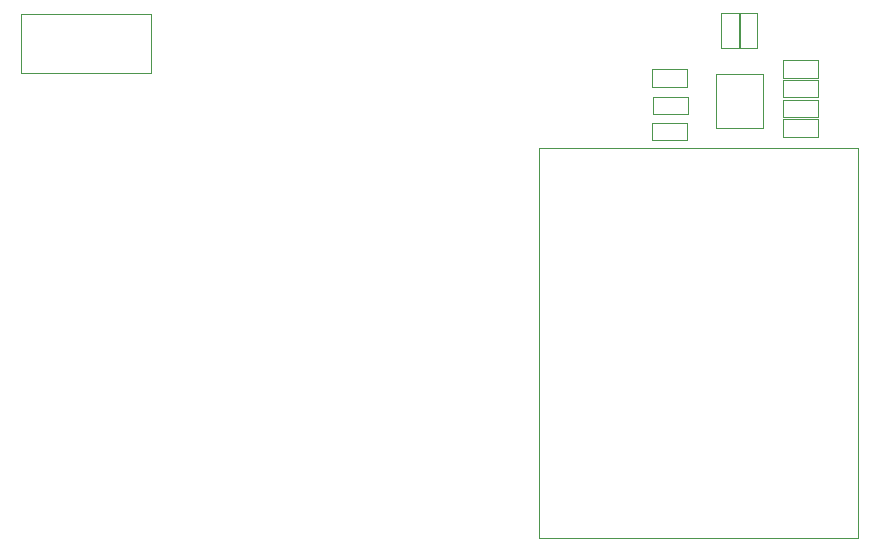
<source format=gbr>
G04 #@! TF.GenerationSoftware,KiCad,Pcbnew,9.0.0*
G04 #@! TF.CreationDate,2025-08-29T11:38:16+03:00*
G04 #@! TF.ProjectId,GSM_PCBSMAFRAHT,47534d5f-5043-4425-934d-414652414854,rev?*
G04 #@! TF.SameCoordinates,Original*
G04 #@! TF.FileFunction,Other,User*
%FSLAX46Y46*%
G04 Gerber Fmt 4.6, Leading zero omitted, Abs format (unit mm)*
G04 Created by KiCad (PCBNEW 9.0.0) date 2025-08-29 11:38:16*
%MOMM*%
%LPD*%
G01*
G04 APERTURE LIST*
%ADD10C,0.050000*%
%ADD11C,0.100000*%
G04 APERTURE END LIST*
D10*
X140650000Y-84450000D02*
X143610000Y-84450000D01*
X140650000Y-85910000D02*
X140650000Y-84450000D01*
X143610000Y-84450000D02*
X143610000Y-85910000D01*
X143610000Y-85910000D02*
X140650000Y-85910000D01*
X136980000Y-77125000D02*
X138440000Y-77125000D01*
X136980000Y-80085000D02*
X136980000Y-77125000D01*
X138440000Y-77125000D02*
X138440000Y-80085000D01*
X138440000Y-80085000D02*
X136980000Y-80085000D01*
X129580000Y-86430000D02*
X132540000Y-86430000D01*
X129580000Y-87890000D02*
X129580000Y-86430000D01*
X132540000Y-86430000D02*
X132540000Y-87890000D01*
X132540000Y-87890000D02*
X129580000Y-87890000D01*
X134950000Y-82275000D02*
X138990000Y-82275000D01*
X138990000Y-86825000D01*
X134950000Y-86825000D01*
X134950000Y-82275000D01*
X129590000Y-81890000D02*
X132550000Y-81890000D01*
X129590000Y-83350000D02*
X129590000Y-81890000D01*
X132550000Y-81890000D02*
X132550000Y-83350000D01*
X132550000Y-83350000D02*
X129590000Y-83350000D01*
X135430000Y-77135000D02*
X136890000Y-77135000D01*
X135430000Y-80095000D02*
X135430000Y-77135000D01*
X136890000Y-77135000D02*
X136890000Y-80095000D01*
X136890000Y-80095000D02*
X135430000Y-80095000D01*
X76150000Y-77170000D02*
X76150000Y-82170000D01*
X76150000Y-82170000D02*
X87150000Y-82170000D01*
X87150000Y-77170000D02*
X76150000Y-77170000D01*
X87150000Y-82170000D02*
X87150000Y-77170000D01*
X129640000Y-84190000D02*
X132600000Y-84190000D01*
X129640000Y-85650000D02*
X129640000Y-84190000D01*
X132600000Y-84190000D02*
X132600000Y-85650000D01*
X132600000Y-85650000D02*
X129640000Y-85650000D01*
X140670000Y-82790000D02*
X143630000Y-82790000D01*
X140670000Y-84250000D02*
X140670000Y-82790000D01*
X143630000Y-82790000D02*
X143630000Y-84250000D01*
X143630000Y-84250000D02*
X140670000Y-84250000D01*
D11*
X120020000Y-88590000D02*
X147020000Y-88590000D01*
X120020000Y-121590000D02*
X120020000Y-88590000D01*
X147020000Y-88590000D02*
X147020000Y-121590000D01*
X147020000Y-121590000D02*
X120020000Y-121590000D01*
D10*
X140680000Y-81140000D02*
X143640000Y-81140000D01*
X140680000Y-82600000D02*
X140680000Y-81140000D01*
X143640000Y-81140000D02*
X143640000Y-82600000D01*
X143640000Y-82600000D02*
X140680000Y-82600000D01*
X140630000Y-86130000D02*
X143590000Y-86130000D01*
X140630000Y-87590000D02*
X140630000Y-86130000D01*
X143590000Y-86130000D02*
X143590000Y-87590000D01*
X143590000Y-87590000D02*
X140630000Y-87590000D01*
M02*

</source>
